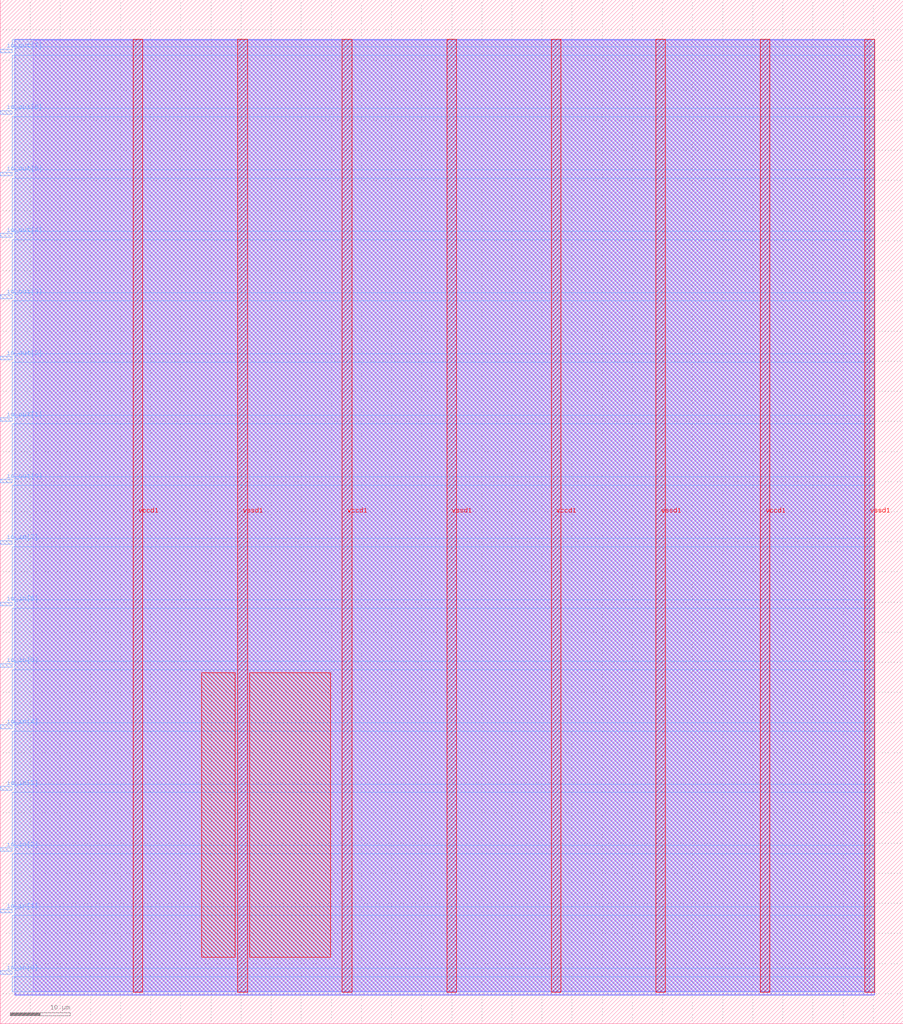
<source format=lef>
VERSION 5.7 ;
  NOWIREEXTENSIONATPIN ON ;
  DIVIDERCHAR "/" ;
  BUSBITCHARS "[]" ;
MACRO meriac_tt03_play_tune
  CLASS BLOCK ;
  FOREIGN meriac_tt03_play_tune ;
  ORIGIN 0.000 0.000 ;
  SIZE 150.000 BY 170.000 ;
  PIN io_in[0]
    DIRECTION INPUT ;
    USE SIGNAL ;
    PORT
      LAYER met3 ;
        RECT 0.000 8.200 2.000 8.800 ;
    END
  END io_in[0]
  PIN io_in[1]
    DIRECTION INPUT ;
    USE SIGNAL ;
    PORT
      LAYER met3 ;
        RECT 0.000 18.400 2.000 19.000 ;
    END
  END io_in[1]
  PIN io_in[2]
    DIRECTION INPUT ;
    USE SIGNAL ;
    PORT
      LAYER met3 ;
        RECT 0.000 28.600 2.000 29.200 ;
    END
  END io_in[2]
  PIN io_in[3]
    DIRECTION INPUT ;
    USE SIGNAL ;
    PORT
      LAYER met3 ;
        RECT 0.000 38.800 2.000 39.400 ;
    END
  END io_in[3]
  PIN io_in[4]
    DIRECTION INPUT ;
    USE SIGNAL ;
    PORT
      LAYER met3 ;
        RECT 0.000 49.000 2.000 49.600 ;
    END
  END io_in[4]
  PIN io_in[5]
    DIRECTION INPUT ;
    USE SIGNAL ;
    PORT
      LAYER met3 ;
        RECT 0.000 59.200 2.000 59.800 ;
    END
  END io_in[5]
  PIN io_in[6]
    DIRECTION INPUT ;
    USE SIGNAL ;
    PORT
      LAYER met3 ;
        RECT 0.000 69.400 2.000 70.000 ;
    END
  END io_in[6]
  PIN io_in[7]
    DIRECTION INPUT ;
    USE SIGNAL ;
    PORT
      LAYER met3 ;
        RECT 0.000 79.600 2.000 80.200 ;
    END
  END io_in[7]
  PIN io_out[0]
    DIRECTION OUTPUT TRISTATE ;
    USE SIGNAL ;
    PORT
      LAYER met3 ;
        RECT 0.000 89.800 2.000 90.400 ;
    END
  END io_out[0]
  PIN io_out[1]
    DIRECTION OUTPUT TRISTATE ;
    USE SIGNAL ;
    PORT
      LAYER met3 ;
        RECT 0.000 100.000 2.000 100.600 ;
    END
  END io_out[1]
  PIN io_out[2]
    DIRECTION OUTPUT TRISTATE ;
    USE SIGNAL ;
    PORT
      LAYER met3 ;
        RECT 0.000 110.200 2.000 110.800 ;
    END
  END io_out[2]
  PIN io_out[3]
    DIRECTION OUTPUT TRISTATE ;
    USE SIGNAL ;
    PORT
      LAYER met3 ;
        RECT 0.000 120.400 2.000 121.000 ;
    END
  END io_out[3]
  PIN io_out[4]
    DIRECTION OUTPUT TRISTATE ;
    USE SIGNAL ;
    PORT
      LAYER met3 ;
        RECT 0.000 130.600 2.000 131.200 ;
    END
  END io_out[4]
  PIN io_out[5]
    DIRECTION OUTPUT TRISTATE ;
    USE SIGNAL ;
    PORT
      LAYER met3 ;
        RECT 0.000 140.800 2.000 141.400 ;
    END
  END io_out[5]
  PIN io_out[6]
    DIRECTION OUTPUT TRISTATE ;
    USE SIGNAL ;
    PORT
      LAYER met3 ;
        RECT 0.000 151.000 2.000 151.600 ;
    END
  END io_out[6]
  PIN io_out[7]
    DIRECTION OUTPUT TRISTATE ;
    USE SIGNAL ;
    PORT
      LAYER met3 ;
        RECT 0.000 161.200 2.000 161.800 ;
    END
  END io_out[7]
  PIN vccd1
    DIRECTION INOUT ;
    USE POWER ;
    PORT
      LAYER met4 ;
        RECT 22.085 5.200 23.685 163.440 ;
    END
    PORT
      LAYER met4 ;
        RECT 56.815 5.200 58.415 163.440 ;
    END
    PORT
      LAYER met4 ;
        RECT 91.545 5.200 93.145 163.440 ;
    END
    PORT
      LAYER met4 ;
        RECT 126.275 5.200 127.875 163.440 ;
    END
  END vccd1
  PIN vssd1
    DIRECTION INOUT ;
    USE GROUND ;
    PORT
      LAYER met4 ;
        RECT 39.450 5.200 41.050 163.440 ;
    END
    PORT
      LAYER met4 ;
        RECT 74.180 5.200 75.780 163.440 ;
    END
    PORT
      LAYER met4 ;
        RECT 108.910 5.200 110.510 163.440 ;
    END
    PORT
      LAYER met4 ;
        RECT 143.640 5.200 145.240 163.440 ;
    END
  END vssd1
  OBS
      LAYER li1 ;
        RECT 5.520 5.355 144.440 163.285 ;
      LAYER met1 ;
        RECT 2.370 4.800 145.240 163.440 ;
      LAYER met2 ;
        RECT 2.390 4.770 145.210 163.385 ;
      LAYER met3 ;
        RECT 2.000 162.200 145.230 163.365 ;
        RECT 2.400 160.800 145.230 162.200 ;
        RECT 2.000 152.000 145.230 160.800 ;
        RECT 2.400 150.600 145.230 152.000 ;
        RECT 2.000 141.800 145.230 150.600 ;
        RECT 2.400 140.400 145.230 141.800 ;
        RECT 2.000 131.600 145.230 140.400 ;
        RECT 2.400 130.200 145.230 131.600 ;
        RECT 2.000 121.400 145.230 130.200 ;
        RECT 2.400 120.000 145.230 121.400 ;
        RECT 2.000 111.200 145.230 120.000 ;
        RECT 2.400 109.800 145.230 111.200 ;
        RECT 2.000 101.000 145.230 109.800 ;
        RECT 2.400 99.600 145.230 101.000 ;
        RECT 2.000 90.800 145.230 99.600 ;
        RECT 2.400 89.400 145.230 90.800 ;
        RECT 2.000 80.600 145.230 89.400 ;
        RECT 2.400 79.200 145.230 80.600 ;
        RECT 2.000 70.400 145.230 79.200 ;
        RECT 2.400 69.000 145.230 70.400 ;
        RECT 2.000 60.200 145.230 69.000 ;
        RECT 2.400 58.800 145.230 60.200 ;
        RECT 2.000 50.000 145.230 58.800 ;
        RECT 2.400 48.600 145.230 50.000 ;
        RECT 2.000 39.800 145.230 48.600 ;
        RECT 2.400 38.400 145.230 39.800 ;
        RECT 2.000 29.600 145.230 38.400 ;
        RECT 2.400 28.200 145.230 29.600 ;
        RECT 2.000 19.400 145.230 28.200 ;
        RECT 2.400 18.000 145.230 19.400 ;
        RECT 2.000 9.200 145.230 18.000 ;
        RECT 2.400 7.800 145.230 9.200 ;
        RECT 2.000 5.275 145.230 7.800 ;
      LAYER met4 ;
        RECT 33.415 11.055 39.050 58.305 ;
        RECT 41.450 11.055 54.905 58.305 ;
  END
END meriac_tt03_play_tune
END LIBRARY


</source>
